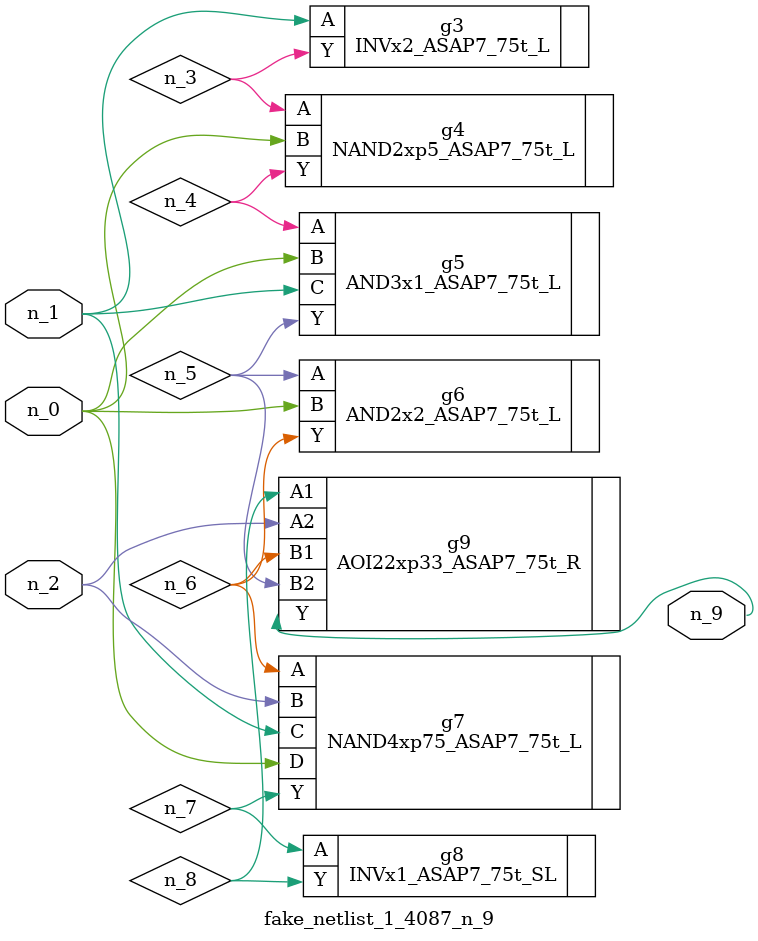
<source format=v>
module fake_netlist_1_4087_n_9 (n_1, n_2, n_0, n_9);
input n_1;
input n_2;
input n_0;
output n_9;
wire n_6;
wire n_4;
wire n_3;
wire n_5;
wire n_7;
wire n_8;
INVx2_ASAP7_75t_L g3 ( .A(n_1), .Y(n_3) );
NAND2xp5_ASAP7_75t_L g4 ( .A(n_3), .B(n_0), .Y(n_4) );
AND3x1_ASAP7_75t_L g5 ( .A(n_4), .B(n_0), .C(n_1), .Y(n_5) );
AND2x2_ASAP7_75t_L g6 ( .A(n_5), .B(n_0), .Y(n_6) );
NAND4xp75_ASAP7_75t_L g7 ( .A(n_6), .B(n_2), .C(n_1), .D(n_0), .Y(n_7) );
INVx1_ASAP7_75t_SL g8 ( .A(n_7), .Y(n_8) );
AOI22xp33_ASAP7_75t_R g9 ( .A1(n_8), .A2(n_2), .B1(n_6), .B2(n_5), .Y(n_9) );
endmodule
</source>
